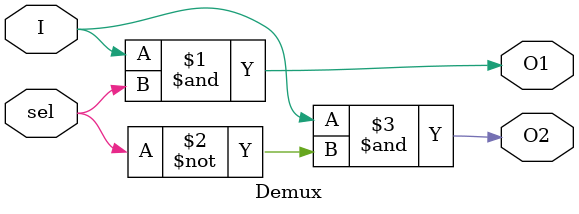
<source format=v>
`timescale 1ns / 1ps
module Demux(
    output O1,
    output O2,
    input I,
    input sel
    );
	 
	 assign O1 = I & sel;
	 assign O2 = I & ~sel;


endmodule

</source>
